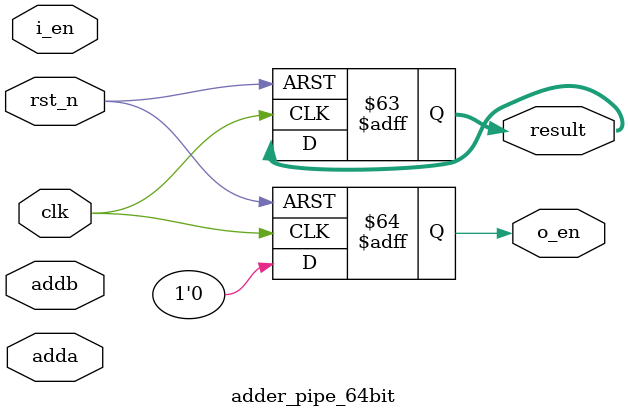
<source format=v>
module	adder_pipe_64bit
#(
    parameter DATA_WIDTH = 64,
    parameter STG_WIDTH = 16
)
(
    input wire clk,
    input wire rst_n,
    input wire i_en,
    input wire [DATA_WIDTH-1:0] adda,
    input wire [DATA_WIDTH-1:0] addb,
    output reg [DATA_WIDTH:0] result,
    output reg o_en
);

reg [DATA_WIDTH:0] sum[3:0];
reg [DATA_WIDTH-1:0] adda_reg[3:0], addb_reg[3:0];
reg i_en_reg[2:0];

// Split input data into stages and pipeline it
always @(posedge clk or negedge rst_n) begin
    if (!rst_n) begin
        adda_reg[0] <= 64'd0;
        addb_reg[0] <= 64'd0;
        i_en_reg[0] <= 1'b0;
    end else if (i_en) begin
        adda_reg[0] <= adda;
        addb_reg[0] <= addb;
        i_en_reg[0] <= i_en;
    end
end

// Pipeline the data for addition operation
genvar i;
generate
    for (i=0; i<3; i=i+1) begin : pipe
        always @(posedge clk or negedge rst_n) begin
            if (!rst_n) begin
                adda_reg[i+1] <= 64'd0;
                addb_reg[i+1] <= 64'd0;
                i_en_reg[i+1] <= 1'b0;
            end else if (i_en_reg[i]) begin
                adda_reg[i+1] <= adda_reg[i];
                addb_reg[i+1] <= addb_reg[i];
                i_en_reg[i+1] <= i_en_reg[i];
            end
        end
    end
endgenerate

// Perform addition operation at each pipeline stage
generate
    for (i=0; i<4; i=i+1) begin : add
        always @(posedge clk or negedge rst_n) begin
            if (!rst_n) begin
                sum[i] <= 65'd0;
            end else if (i_en_reg[i]) begin
                sum[i] <= adda_reg[i] + addb_reg[i];
            end
        end
    end
endgenerate

// Output the final result and output enable signal
always @(posedge clk or negedge rst_n) begin
    if (!rst_n) begin
        o_en <= 1'b0;
        result <= 65'd0;
    end else if (i_en_reg[3]) begin
        o_en <= 1'b1;
        result <= sum[3];
    end else begin
        o_en <= 1'b0;
    end
end

endmodule

</source>
